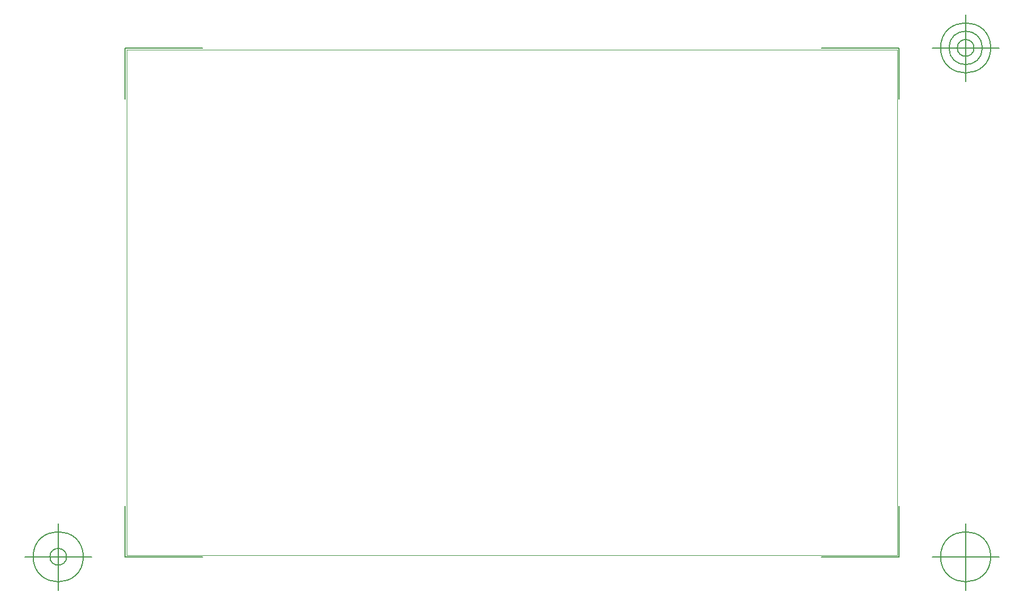
<source format=gbr>
G04 Generated by Ultiboard 14.2 *
%FSLAX24Y24*%
%MOIN*%

%ADD10C,0.0001*%
%ADD11C,0.0001*%
%ADD12C,0.0050*%


G04 ColorRGB 00FFFF for the following layer *
%LNBoard Outline*%
%LPD*%
G54D10*
G54D11*
X-17600Y0D02*
X-62992Y0D01*
X-62992Y29800D01*
X-17600Y29800D01*
X-17600Y0D01*
G54D12*
X-17500Y-100D02*
X-17500Y2900D01*
X-17500Y-100D02*
X-22059Y-100D01*
X-63092Y-100D02*
X-58533Y-100D01*
X-63092Y-100D02*
X-63092Y2900D01*
X-63092Y29900D02*
X-63092Y26900D01*
X-63092Y29900D02*
X-58533Y29900D01*
X-17500Y29900D02*
X-22059Y29900D01*
X-17500Y29900D02*
X-17500Y26900D01*
X-15531Y-100D02*
X-11594Y-100D01*
X-13563Y-2069D02*
X-13563Y1869D01*
X-12087Y-100D02*
G75*
D01*
G02X-12087Y-100I-1476J0*
G01*
X-65061Y-100D02*
X-68998Y-100D01*
X-67029Y-2069D02*
X-67029Y1869D01*
X-65553Y-100D02*
G75*
D01*
G02X-65553Y-100I-1476J0*
G01*
X-66537Y-100D02*
G75*
D01*
G02X-66537Y-100I-492J0*
G01*
X-15531Y29900D02*
X-11594Y29900D01*
X-13563Y27931D02*
X-13563Y31869D01*
X-12087Y29900D02*
G75*
D01*
G02X-12087Y29900I-1476J0*
G01*
X-12579Y29900D02*
G75*
D01*
G02X-12579Y29900I-984J0*
G01*
X-13071Y29900D02*
G75*
D01*
G02X-13071Y29900I-492J0*
G01*

M02*

</source>
